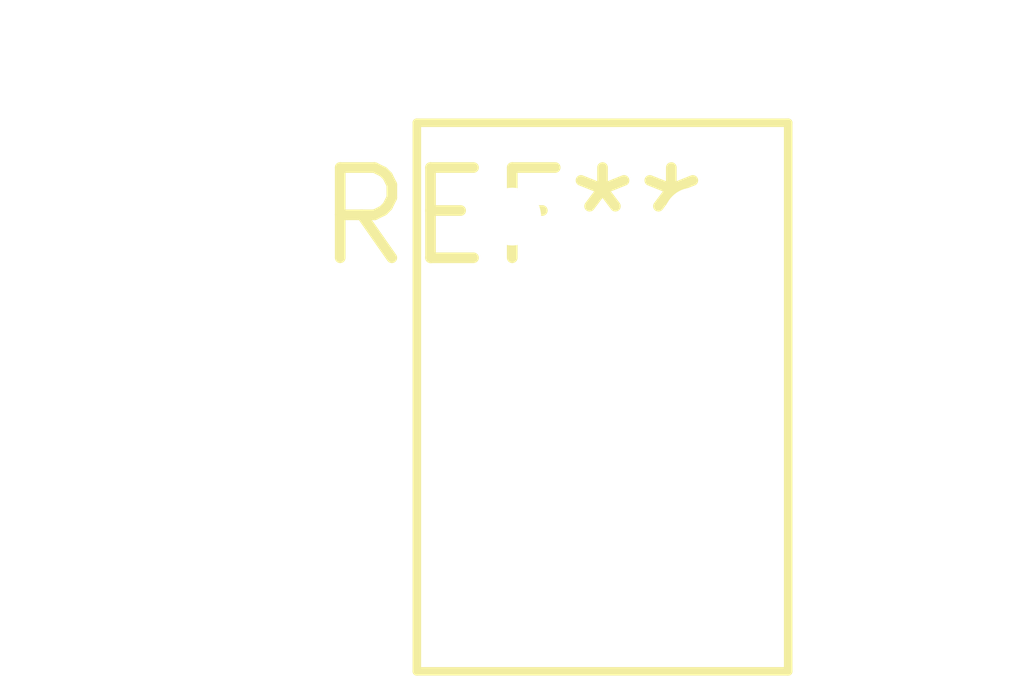
<source format=kicad_pcb>
(kicad_pcb (version 20240108) (generator pcbnew)
  (layers (0 "F.Cu" signal) (31 "B.Cu" signal) (34 "B.Paste" user) (35 "F.Paste" user) (36 "B.SilkS" user "B.Silkscreen") (37 "F.SilkS" user "F.Silkscreen") (38 "B.Mask" user) (39 "F.Mask" user) (44 "Edge.Cuts" user))
  (net 0 "")
  (footprint "SW_NKK_G1xJP" (layer "F.Cu") (at 0 0)
    (property "Reference" "REF**")
    (property "Value" "SW_NKK_G1xJP")
    (fp_line (start -1.34112 -1.3208) (end 3.88112 -1.3208) (layer "F.SilkS") (stroke (width 0.12)))
    (fp_line (start -1.34112 6.4008) (end -1.34112 -1.3208) (layer "F.SilkS") (stroke (width 0.12)))
    (fp_line (start -1.34112 6.4008) (end 3.88112 6.4008) (layer "F.SilkS") (stroke (width 0.12)))
    (fp_line (start 3.88112 -1.3208) (end 3.88112 6.4008) (layer "F.SilkS") (stroke (width 0.12)))
    (pad "1" thru_hole rect (at 0 0) (size 1.524 1.524) (drill 0.8128) (layers *.Cu *.Mask) (remove_unused_layers))
    (pad "2" thru_hole circle (at 0 2.54) (size 1.524 1.524) (drill 0.8128) (layers *.Cu *.Mask) (remove_unused_layers))
    (pad "3" thru_hole circle (at 0 5.08) (size 1.524 1.524) (drill 0.8128) (layers *.Cu *.Mask) (remove_unused_layers))
    (pad "4" thru_hole circle (at 2.54 5.08) (size 1.524 1.524) (drill 0.8128) (layers *.Cu *.Mask) (remove_unused_layers))
    (pad "5" thru_hole circle (at 2.54 2.54) (size 1.524 1.524) (drill 0.8128) (layers *.Cu *.Mask) (remove_unused_layers))
    (pad "6" thru_hole circle (at 2.54 0) (size 1.524 1.524) (drill 0.8128) (layers *.Cu *.Mask) (remove_unused_layers))
  )
)
</source>
